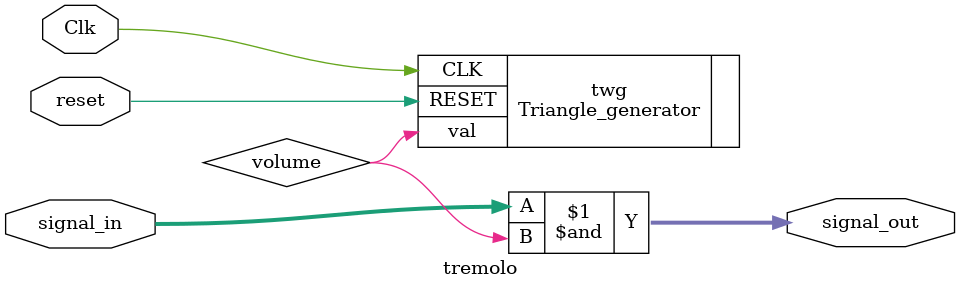
<source format=sv>
module tremolo(input  logic [15:0] signal_in,
					input  logic Clk, reset,
					output logic [15:0] signal_out);
					
Triangle_generator twg(.CLK(Clk), .RESET(reset), .val(volume));
assign signal_out = signal_in & volume;

endmodule

</source>
